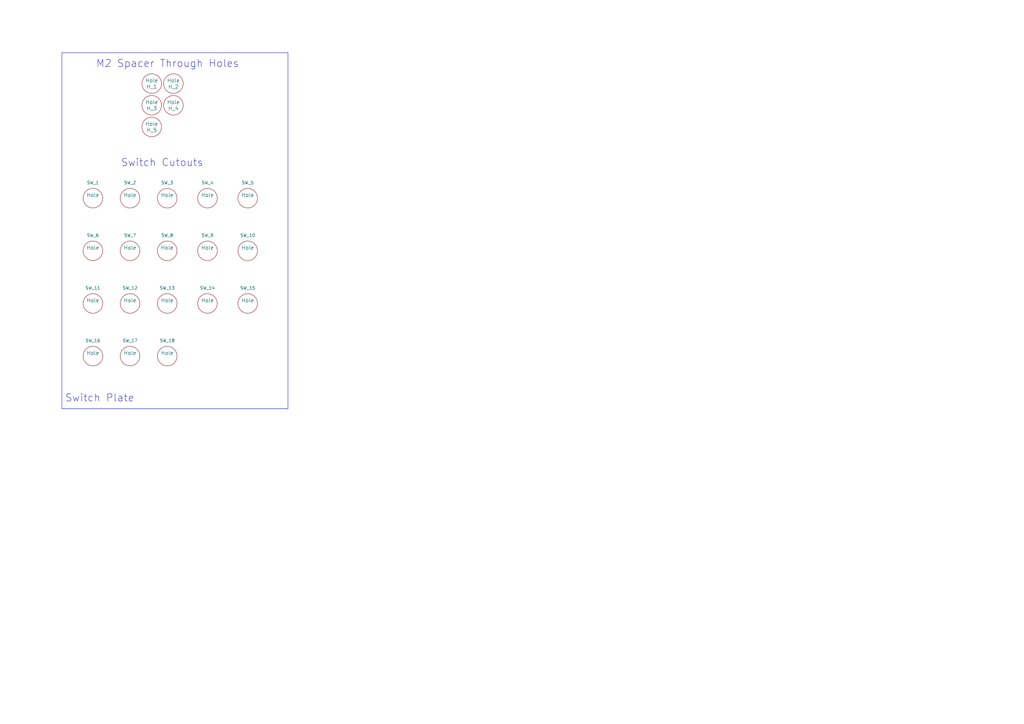
<source format=kicad_sch>
(kicad_sch (version 20230121) (generator eeschema)
  (paper "A3")
  (title_block (title "Wave Switch Plate") (date "2023-09-06") (rev "0.0.1"))
  (lib_symbols
    (symbol "custom:Hole" (pin_numbers hide) (pin_names (offset 0) hide) (in_bom no)
      (property "Reference" "H" (at 0 -1.27 0))
      (property "Value" "Hole" (at 0 1.27 0))
      (symbol "Hole_0_1"
        (circle (center 0 0) (radius 4.0132))
      )
    )
  )
  (rectangle (start 25.4 21.59) (end 118.11 167.64))
  (text "M2 Spacer Through Holes" (at 39.37 27.94 0) (effects (font (size 2.9972 2.9972)) (justify left bottom)))
  (text "Switch Plate" (at 26.67 165.1 0) (effects (font (size 2.9972 2.9972)) (justify left bottom)))
  (text "Switch Cutouts" (at 49.53 68.58 0) (effects (font (size 2.9972 2.9972)) (justify left bottom)))
  (symbol (lib_id "custom:Hole") (at 38.1 81.28 0) (mirror y) (unit 1) (in_bom no)
    (property "Reference" "SW_1" (at 38.1 74.93 0))
    (property "Value" "Hole" (at 38.1 80.01 0) (effects (font (size 1.524 1.524))))
    (property "Footprint" "custom:Kailh_PG1350_plate_cutout" (effects hide))
  )
  (symbol (lib_id "custom:Hole") (at 53.34 81.28 0) (mirror y) (unit 1) (in_bom no)
    (property "Reference" "SW_2" (at 53.34 74.93 0))
    (property "Value" "Hole" (at 53.34 80.01 0) (effects (font (size 1.524 1.524))))
    (property "Footprint" "custom:Kailh_PG1350_plate_cutout" (effects hide))
  )
  (symbol (lib_id "custom:Hole") (at 68.58 81.28 0) (mirror y) (unit 1) (in_bom no)
    (property "Reference" "SW_3" (at 68.58 74.93 0))
    (property "Value" "Hole" (at 68.58 80.01 0) (effects (font (size 1.524 1.524))))
    (property "Footprint" "custom:Kailh_PG1350_plate_cutout" (effects hide))
  )
  (symbol (lib_id "custom:Hole") (at 85.09 81.28 0) (mirror y) (unit 1) (in_bom no)
    (property "Reference" "SW_4" (at 85.09 74.93 0))
    (property "Value" "Hole" (at 85.09 80.01 0) (effects (font (size 1.524 1.524))))
    (property "Footprint" "custom:Kailh_PG1350_plate_cutout" (effects hide))
  )
  (symbol (lib_id "custom:Hole") (at 101.6 81.28 0) (mirror y) (unit 1) (in_bom no)
    (property "Reference" "SW_5" (at 101.6 74.93 0))
    (property "Value" "Hole" (at 101.6 80.01 0) (effects (font (size 1.524 1.524))))
    (property "Footprint" "custom:Kailh_PG1350_plate_cutout" (effects hide))
  )
  (symbol (lib_id "custom:Hole") (at 38.1 146.05 0) (mirror y) (unit 1) (in_bom no)
    (property "Reference" "SW_16" (at 38.1 139.7 0))
    (property "Value" "Hole" (at 38.1 144.78 0) (effects (font (size 1.524 1.524))))
    (property "Footprint" "custom:Kailh_PG1350_plate_cutout" (effects hide))
  )
  (symbol (lib_id "custom:Hole") (at 53.34 146.05 0) (mirror y) (unit 1) (in_bom no)
    (property "Reference" "SW_17" (at 53.34 139.7 0))
    (property "Value" "Hole" (at 53.34 144.78 0) (effects (font (size 1.524 1.524))))
    (property "Footprint" "custom:Kailh_PG1350_plate_cutout" (effects hide))
  )
  (symbol (lib_id "custom:Hole") (at 38.1 102.87 0) (mirror y) (unit 1) (in_bom no)
    (property "Reference" "SW_6" (at 38.1 96.52 0))
    (property "Value" "Hole" (at 38.1 101.6 0) (effects (font (size 1.524 1.524))))
    (property "Footprint" "custom:Kailh_PG1350_plate_cutout" (effects hide))
  )
  (symbol (lib_id "custom:Hole") (at 53.34 102.87 0) (mirror y) (unit 1) (in_bom no)
    (property "Reference" "SW_7" (at 53.34 96.52 0))
    (property "Value" "Hole" (at 53.34 101.6 0) (effects (font (size 1.524 1.524))))
    (property "Footprint" "custom:Kailh_PG1350_plate_cutout" (effects hide))
  )
  (symbol (lib_id "custom:Hole") (at 68.58 102.87 0) (mirror y) (unit 1) (in_bom no)
    (property "Reference" "SW_8" (at 68.58 96.52 0))
    (property "Value" "Hole" (at 68.58 101.6 0) (effects (font (size 1.524 1.524))))
    (property "Footprint" "custom:Kailh_PG1350_plate_cutout" (effects hide))
  )
  (symbol (lib_id "custom:Hole") (at 85.09 102.87 0) (mirror y) (unit 1) (in_bom no)
    (property "Reference" "SW_9" (at 85.09 96.52 0))
    (property "Value" "Hole" (at 85.09 101.6 0) (effects (font (size 1.524 1.524))))
    (property "Footprint" "custom:Kailh_PG1350_plate_cutout" (effects hide))
  )
  (symbol (lib_id "custom:Hole") (at 101.6 102.87 0) (mirror y) (unit 1) (in_bom no)
    (property "Reference" "SW_10" (at 101.6 96.52 0))
    (property "Value" "Hole" (at 101.6 101.6 0) (effects (font (size 1.524 1.524))))
    (property "Footprint" "custom:Kailh_PG1350_plate_cutout" (effects hide))
  )
  (symbol (lib_id "custom:Hole") (at 38.1 124.46 0) (mirror y) (unit 1) (in_bom no)
    (property "Reference" "SW_11" (at 38.1 118.11 0))
    (property "Value" "Hole" (at 38.1 123.19 0) (effects (font (size 1.524 1.524))))
    (property "Footprint" "custom:Kailh_PG1350_plate_cutout" (effects hide))
  )
  (symbol (lib_id "custom:Hole") (at 53.34 124.46 0) (mirror y) (unit 1) (in_bom no)
    (property "Reference" "SW_12" (at 53.34 118.11 0))
    (property "Value" "Hole" (at 53.34 123.19 0) (effects (font (size 1.524 1.524))))
    (property "Footprint" "custom:Kailh_PG1350_plate_cutout" (effects hide))
  )
  (symbol (lib_id "custom:Hole") (at 68.58 124.46 0) (mirror y) (unit 1) (in_bom no)
    (property "Reference" "SW_13" (at 68.58 118.11 0))
    (property "Value" "Hole" (at 68.58 123.19 0) (effects (font (size 1.524 1.524))))
    (property "Footprint" "custom:Kailh_PG1350_plate_cutout" (effects hide))
  )
  (symbol (lib_id "custom:Hole") (at 85.09 124.46 0) (mirror y) (unit 1) (in_bom no)
    (property "Reference" "SW_14" (at 85.09 118.11 0))
    (property "Value" "Hole" (at 85.09 123.19 0) (effects (font (size 1.524 1.524))))
    (property "Footprint" "custom:Kailh_PG1350_plate_cutout" (effects hide))
  )
  (symbol (lib_id "custom:Hole") (at 101.6 124.46 0) (mirror y) (unit 1) (in_bom no)
    (property "Reference" "SW_15" (at 101.6 118.11 0))
    (property "Value" "Hole" (at 101.6 123.19 0) (effects (font (size 1.524 1.524))))
    (property "Footprint" "custom:Kailh_PG1350_plate_cutout" (effects hide))
  )
  (symbol (lib_id "custom:Hole") (at 62.23 34.29 0) (unit 1) (in_bom no)
    (property "Reference" "H_1" (at 62.23 35.56 0) (effects (font (size 1.524 1.524))))
    (property "Value" "Hole" (at 62.23 33.02 0) (effects (font (size 1.524 1.524))))
    (property "Footprint" "custom:MountingHole_2.2mm_M2_Pad_Via" (effects hide))
  )
  (symbol (lib_id "custom:Hole") (at 62.23 52.07 0) (unit 1) (in_bom no)
    (property "Reference" "H_5" (at 62.23 53.34 0) (effects (font (size 1.524 1.524))))
    (property "Value" "Hole" (at 62.23 50.8 0) (effects (font (size 1.524 1.524))))
    (property "Footprint" "custom:MountingHole_2.2mm_M2_Pad_Via" (effects hide))
  )
  (symbol (lib_id "custom:Hole") (at 68.58 146.05 0) (mirror y) (unit 1) (in_bom no)
    (property "Reference" "SW_18" (at 68.58 139.7 0))
    (property "Value" "Hole" (at 68.58 144.78 0) (effects (font (size 1.524 1.524))))
    (property "Footprint" "custom:Kailh_PG1350_plate_cutout" (effects hide))
  )
  (symbol (lib_id "custom:Hole") (at 71.12 43.18 0) (unit 1) (in_bom no)
    (property "Reference" "H_4" (at 71.12 44.45 0) (effects (font (size 1.524 1.524))))
    (property "Value" "Hole" (at 71.12 41.91 0) (effects (font (size 1.524 1.524))))
    (property "Footprint" "custom:MountingHole_2.2mm_M2_Pad_Via" (effects hide))
  )
  (symbol (lib_id "custom:Hole") (at 62.23 43.18 0) (unit 1) (in_bom no)
    (property "Reference" "H_3" (at 62.23 44.45 0) (effects (font (size 1.524 1.524))))
    (property "Value" "Hole" (at 62.23 41.91 0) (effects (font (size 1.524 1.524))))
    (property "Footprint" "custom:MountingHole_2.2mm_M2_Pad_Via" (effects hide))
  )
  (symbol (lib_id "custom:Hole") (at 71.12 34.29 0) (unit 1) (in_bom no)
    (property "Reference" "H_2" (at 71.12 35.56 0) (effects (font (size 1.524 1.524))))
    (property "Value" "Hole" (at 71.12 33.02 0) (effects (font (size 1.524 1.524))))
    (property "Footprint" "custom:MountingHole_2.2mm_M2_Pad_Via" (effects hide))
  )
)
</source>
